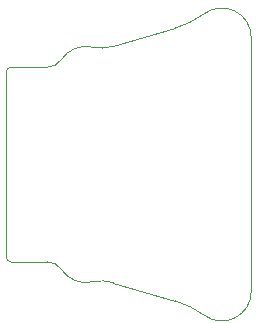
<source format=gbr>
%TF.GenerationSoftware,KiCad,Pcbnew,8.99.0-344-gfbc433deaa*%
%TF.CreationDate,2024-04-11T02:15:13-04:00*%
%TF.ProjectId,typeA,74797065-412e-46b6-9963-61645f706362,rev?*%
%TF.SameCoordinates,Original*%
%TF.FileFunction,Profile,NP*%
%FSLAX46Y46*%
G04 Gerber Fmt 4.6, Leading zero omitted, Abs format (unit mm)*
G04 Created by KiCad (PCBNEW 8.99.0-344-gfbc433deaa) date 2024-04-11 02:15:13*
%MOMM*%
%LPD*%
G01*
G04 APERTURE LIST*
%TA.AperFunction,Profile*%
%ADD10C,0.010000*%
%TD*%
G04 APERTURE END LIST*
D10*
X172555013Y-107996886D02*
X177803188Y-109544024D01*
X177803188Y-109544024D02*
G75*
G02*
X180271686Y-110766079I-2262088J-7673476D01*
G01*
X184250000Y-108750000D02*
G75*
G02*
X180271684Y-110766081I-2500000J0D01*
G01*
X172555013Y-88003114D02*
X177803188Y-86455976D01*
X180271684Y-85233919D02*
G75*
G02*
X177803187Y-86455973I-4730584J6451419D01*
G01*
X180271684Y-85233919D02*
G75*
G02*
X184250000Y-87250000I1478316J-2016081D01*
G01*
X170798057Y-107939187D02*
G75*
G02*
X172555008Y-107996903I767243J-3414913D01*
G01*
X166996156Y-106250000D02*
G75*
G02*
X168164233Y-106878185I44J-1400000D01*
G01*
X168164203Y-89121795D02*
G75*
G02*
X170798057Y-88060813I2085797J-1378205D01*
G01*
X172555013Y-88003114D02*
G75*
G02*
X170798053Y-88060830I-989713J3357214D01*
G01*
X163900000Y-89750000D02*
X166996156Y-89750000D01*
X163900000Y-106250000D02*
G75*
G02*
X163500000Y-105850000I0J400000D01*
G01*
X184250000Y-87250000D02*
X184250000Y-108750000D01*
X163500000Y-90150000D02*
G75*
G02*
X163900000Y-89750000I400000J0D01*
G01*
X163500000Y-90150000D02*
X163500000Y-105850000D01*
X170798057Y-107939187D02*
G75*
G02*
X168164203Y-106878205I-548057J2439187D01*
G01*
X163900000Y-106250000D02*
X166996156Y-106250000D01*
X168164203Y-89121795D02*
G75*
G02*
X166996156Y-89749964I-1168003J771795D01*
G01*
M02*

</source>
